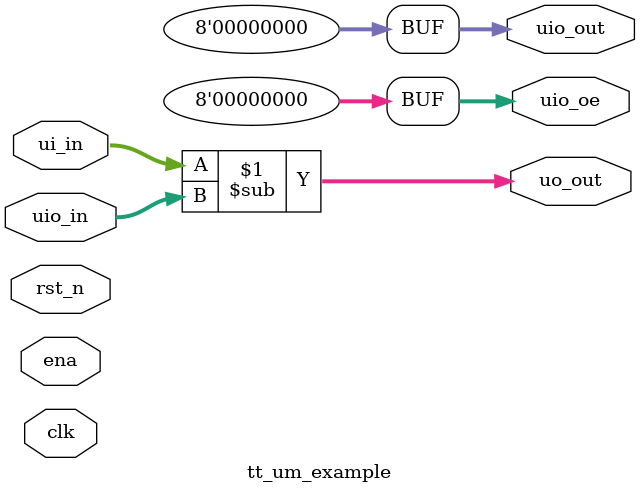
<source format=v>
/*
 * Copyright (c) 2024 Your Name
 * SPDX-License-Identifier: Apache-2.0
 */

`default_nettype none

module tt_um_example (
    input  wire [7:0] ui_in,    // Dedicated inputs
    output wire [7:0] uo_out,   // Dedicated outputs
    input  wire [7:0] uio_in,   // IOs: Input path
    output wire [7:0] uio_out,  // IOs: Output path
    output wire [7:0] uio_oe,   // IOs: Enable path (active high: 0=input, 1=output)
    input  wire       ena,      // will go high when the design is enabled
    input  wire       clk,      // clock
    input  wire       rst_n     // reset_n - low to reset
);

  // All output pins must be assigned. If not used, assign to 0.
  assign uo_out  = ui_in - uio_in;  // Example: ou_out is the sum of ui_in and uio_in
  assign uio_out = 0;
  assign uio_oe  = 0;

endmodule

</source>
